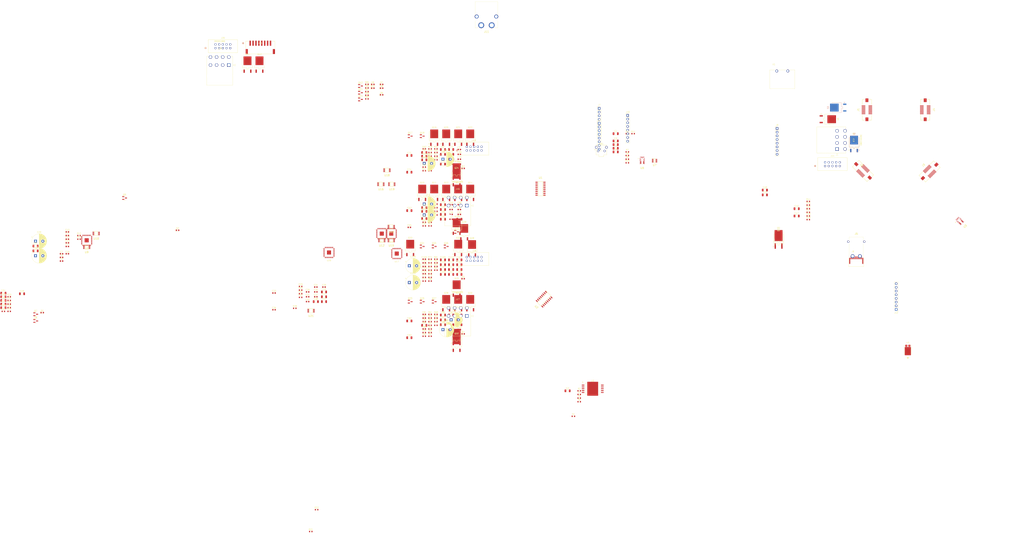
<source format=kicad_pcb>
(kicad_pcb (version 20240108) (generator "pcbnew") (generator_version "8.0")
  (layers (0 "F.Cu" signal) (1 "In1.Cu" signal) (2 "In2.Cu" signal) (31 "B.Cu" signal) (34 "B.Paste" user) (35 "F.Paste" user) (36 "B.SilkS" user "B.Silkscreen") (37 "F.SilkS" user "F.Silkscreen") (38 "B.Mask" user) (39 "F.Mask" user) (44 "Edge.Cuts" user))
  (net 0 "")
  (net 1 "/M1_ENCA_N")
  (net 2 "/M2_ENCA_N")
  (net 3 "/M3_ENCA_N")
  (net 4 "/M4_ENCA_N")
  (net 5 "GND")
  (net 6 "+3.3V")
  (net 7 "/M1_ENCB_N")
  (net 8 "/M2_ENCB_N")
  (net 9 "Net-(C7-Pad1)")
  (net 10 "/M3_ENCB_N")
  (net 11 "Net-(U7-TMR)")
  (net 12 "Net-(C9-Pad1)")
  (net 13 "/M4_ENCB_N")
  (net 14 "+BATT")
  (net 15 "/SNS")
  (net 16 "+5V")
  (net 17 "+3V3")
  (net 18 "VDC")
  (net 19 "/motor_1/SENSE_P")
  (net 20 "/motor_1/SENSE_O")
  (net 21 "/motor_2/SENSE_P")
  (net 22 "/motor_2/SENSE_O")
  (net 23 "/motor_3/SENSE_P")
  (net 24 "/motor_3/SENSE_O")
  (net 25 "Net-(U8-VREG12)")
  (net 26 "Net-(U8-VBOOTU)")
  (net 27 "/motor_1/PHASE_U")
  (net 28 "/motor_1/PHASE_V")
  (net 29 "/motor_4/SENSE_P")
  (net 30 "/motor_4/SENSE_O")
  (net 31 "Net-(U8-VBOOTV)")
  (net 32 "/motor_1/PHASE_W")
  (net 33 "Net-(U8-VBOOTW)")
  (net 34 "Net-(C22-Pad1)")
  (net 35 "Net-(C30-Pad1)")
  (net 36 "Net-(C32-Pad1)")
  (net 37 "Net-(C111-Pad1)")
  (net 38 "Net-(U11-VREG12)")
  (net 39 "Net-(D1-A)")
  (net 40 "Net-(D2-A)")
  (net 41 "Net-(D3-A)")
  (net 42 "Net-(D4-A)")
  (net 43 "Net-(D5-A)")
  (net 44 "/M1_PROG")
  (net 45 "/DRIB_PROG")
  (net 46 "/DRIB_NRST")
  (net 47 "/~{RST}_KICK")
  (net 48 "/MOSI_KICK")
  (net 49 "/M2_PROG")
  (net 50 "/SCK_KICK")
  (net 51 "/~{CS}_KICK")
  (net 52 "/MISO_KICK")
  (net 53 "/M3_PROG")
  (net 54 "/~{INT}")
  (net 55 "/~{KILL}")
  (net 56 "/HS_EN")
  (net 57 "/M4_PROG")
  (net 58 "/DIAG_EN")
  (net 59 "Net-(Q1-G)")
  (net 60 "Net-(Q2-G)")
  (net 61 "/motor_1/OC_COMP")
  (net 62 "Net-(Q3-G)")
  (net 63 "Net-(Q4-G)")
  (net 64 "Net-(Q5-G)")
  (net 65 "Net-(Q6-G)")
  (net 66 "/motor_1/BOOT0")
  (net 67 "Net-(U11-VBOOTU)")
  (net 68 "/motor_1/MOTOR_LED")
  (net 69 "Net-(Q10-G)")
  (net 70 "/motor_2/OC_COMP")
  (net 71 "Net-(Q11-G)")
  (net 72 "Net-(Q12-G)")
  (net 73 "Net-(Q13-G)")
  (net 74 "Net-(Q14-G)")
  (net 75 "/motor_2/BOOT0")
  (net 76 "/motor_2/MOTOR_LED")
  (net 77 "Net-(Q16-S)")
  (net 78 "/motor_3/OC_COMP")
  (net 79 "Net-(Q19-G)")
  (net 80 "Net-(Q20-G)")
  (net 81 "Net-(Q21-G)")
  (net 82 "Net-(Q22-G)")
  (net 83 "/motor_3/BOOT0")
  (net 84 "/motor_3/MOTOR_LED")
  (net 85 "/motor_4/OC_COMP")
  (net 86 "Net-(Q28-G)")
  (net 87 "Net-(Q29-G)")
  (net 88 "Net-(Q30-G)")
  (net 89 "/motor_4/BOOT0")
  (net 90 "/motor_4/MOTOR_LED")
  (net 91 "Net-(Q33-G)")
  (net 92 "Net-(Q37-G)")
  (net 93 "Net-(Q38-G)")
  (net 94 "/M1_ENCA_P")
  (net 95 "/M2_ENCA_P")
  (net 96 "/M3_ENCA_P")
  (net 97 "/M4_ENCA_P")
  (net 98 "/M1_ENCB_P")
  (net 99 "/M2_ENCB_P")
  (net 100 "/M3_ENCB_P")
  (net 101 "/M4_ENCB_P")
  (net 102 "/motor_1/HSU")
  (net 103 "/motor_1/LSU")
  (net 104 "/motor_1/HSV")
  (net 105 "/motor_1/LSV")
  (net 106 "/motor_1/HSW")
  (net 107 "/motor_1/LSW")
  (net 108 "/motor_1/SENSE_N")
  (net 109 "/motor_2/HSU")
  (net 110 "/motor_2/LSU")
  (net 111 "/motor_2/HSV")
  (net 112 "/motor_2/LSV")
  (net 113 "/motor_2/HSW")
  (net 114 "/motor_2/LSW")
  (net 115 "/motor_2/SENSE_N")
  (net 116 "/motor_3/HSU")
  (net 117 "/motor_3/LSU")
  (net 118 "/motor_3/HSV")
  (net 119 "/motor_3/LSV")
  (net 120 "/motor_3/HSW")
  (net 121 "/motor_3/LSW")
  (net 122 "/motor_3/SENSE_N")
  (net 123 "/motor_4/HSU")
  (net 124 "/motor_4/LSU")
  (net 125 "/motor_4/HSV")
  (net 126 "/motor_4/LSV")
  (net 127 "/motor_4/HSW")
  (net 128 "/motor_4/LSW")
  (net 129 "/motor_4/SENSE_N")
  (net 130 "/motor_2/PHASE_U")
  (net 131 "/motor_2/PHASE_V")
  (net 132 "Net-(U11-VBOOTV)")
  (net 133 "Net-(U11-VBOOTW)")
  (net 134 "/motor_2/PHASE_W")
  (net 135 "Net-(C45-Pad1)")
  (net 136 "Net-(C53-Pad1)")
  (net 137 "/~{PB}")
  (net 138 "Net-(C55-Pad1)")
  (net 139 "Net-(U14-VREG12)")
  (net 140 "Net-(U14-VBOOTU)")
  (net 142 "/motor_3/PHASE_U")
  (net 144 "/motor_3/PHASE_V")
  (net 145 "Net-(U14-VBOOTV)")
  (net 146 "/motor_3/PHASE_W")
  (net 148 "Net-(U14-VBOOTW)")
  (net 150 "Net-(C68-Pad1)")
  (net 151 "Net-(C76-Pad1)")
  (net 152 "Net-(C78-Pad1)")
  (net 153 "Net-(U17-VREG12)")
  (net 154 "/EN")
  (net 155 "/~{M1_RST}")
  (net 156 "/motor_4/PHASE_U")
  (net 157 "Net-(U17-VBOOTU)")
  (net 158 "Net-(U17-VBOOTV)")
  (net 159 "/motor_4/PHASE_V")
  (net 160 "Net-(U17-VBOOTW)")
  (net 161 "/motor_4/PHASE_W")
  (net 162 "Net-(C91-Pad1)")
  (net 163 "/~{M2_RST}")
  (net 164 "Net-(U20-VREG12)")
  (net 165 "Net-(U20-VBOOTU)")
  (net 166 "/dribbler/PHASE_U")
  (net 167 "/dribbler/PHASE_V")
  (net 168 "Net-(U20-VBOOTV)")
  (net 169 "/dribbler/PHASE_W")
  (net 170 "Net-(U20-VBOOTW)")
  (net 171 "/dribbler/SENSE_P")
  (net 172 "/dribbler/SENSE_O")
  (net 173 "/~{M3_RST}")
  (net 174 "Net-(D6-A)")
  (net 175 "Net-(D7-A)")
  (net 176 "Net-(D8-A)")
  (net 177 "Net-(D9-A)")
  (net 178 "Net-(D10-A)")
  (net 179 "/M2_SWDCLK")
  (net 180 "/M2_UART_RX")
  (net 181 "/M1_SWDCLK")
  (net 182 "/M1_UART_RX")
  (net 183 "/M4_SWDCLK")
  (net 184 "/M3_SWDCLK")
  (net 185 "/M3_UART_RX")
  (net 186 "/M4_UART_RX")
  (net 187 "/DRIB_SWDCLK")
  (net 188 "/DRIB_SWDIO")
  (net 189 "/DRIB_UART_RX")
  (net 190 "/M3_SWDIO")
  (net 191 "/~{M4_RST}")
  (net 192 "/M2_SWDIO")
  (net 193 "/M1_SWDIO")
  (net 194 "/M4_SWDIO")
  (net 195 "Net-(Q7-S)")
  (net 196 "Net-(Q9-S)")
  (net 197 "Net-(Q18-S)")
  (net 198 "Net-(Q25-S)")
  (net 199 "Net-(Q27-S)")
  (net 200 "Net-(Q34-S)")
  (net 201 "Net-(Q36-S)")
  (net 202 "/dribbler/OC_COMP")
  (net 203 "Net-(Q43-S)")
  (net 204 "/dribbler/BOOT0")
  (net 205 "Net-(Q45-S)")
  (net 206 "/dribbler/MOTOR_LED")
  (net 207 "Net-(U5-INPUT)")
  (net 208 "Net-(U3-AAM)")
  (net 209 "Net-(U5-CURSENSE)")
  (net 210 "Net-(U5-GND)")
  (net 211 "Net-(U5-DE)")
  (net 212 "Net-(U3-FB)")
  (net 213 "Net-(U6-AAM)")
  (net 214 "Net-(U6-FB)")
  (net 215 "Net-(Q15-G)")
  (net 216 "Net-(Q23-G)")
  (net 217 "Net-(Q24-G)")
  (net 218 "Net-(Q31-G)")
  (net 219 "Net-(Q32-G)")
  (net 220 "/dribbler/HSU")
  (net 221 "/dribbler/LSU")
  (net 222 "/dribbler/HSV")
  (net 223 "Net-(Q39-G)")
  (net 224 "/dribbler/LSV")
  (net 225 "Net-(Q40-G)")
  (net 226 "Net-(Q41-G)")
  (net 227 "/dribbler/HSW")
  (net 228 "/dribbler/LSW")
  (net 229 "Net-(Q42-G)")
  (net 230 "/dribbler/SENSE_N")
  (net 231 "/motor_1/H2_A")
  (net 232 "/motor_1/H1")
  (net 233 "/motor_1/H3")
  (net 234 "/motor_1/H1_A")
  (net 235 "/motor_1/H2")
  (net 236 "/motor_1/H3_A")
  (net 237 "/motor_1/ENCA")
  (net 238 "/motor_1/ENCB")
  (net 239 "/M1_ENCA_A")
  (net 240 "/M1_ENCB_A")
  (net 241 "/motor_2/H1_A")
  (net 242 "/motor_2/H1")
  (net 243 "/motor_2/H3")
  (net 244 "/motor_2/H3_A")
  (net 245 "/motor_2/H2")
  (net 246 "/motor_2/H2_A")
  (net 247 "/M2_ENCA_A")
  (net 248 "/motor_2/ENCB")
  (net 249 "/M2_ENCB_A")
  (net 250 "/motor_2/ENCA")
  (net 251 "/motor_3/H1_A")
  (net 252 "/motor_3/H1")
  (net 253 "/motor_3/H2")
  (net 254 "/motor_3/H2_A")
  (net 255 "/motor_3/H3_A")
  (net 256 "/motor_3/H3")
  (net 257 "Net-(J11-+)")
  (net 291 "/motor_4/H2_A")
  (net 292 "/motor_4/H1_A")
  (net 293 "/motor_4/H3_A")
  (net 298 "/dribbler/H3")
  (net 299 "/dribbler/H2")
  (net 300 "/dribbler/M1")
  (net 301 "/dribbler/H1")
  (net 302 "/dribbler/M2")
  (net 303 "/dribbler/M3")
  (net 304 "/M3_ENCA_A")
  (net 305 "/M4_ENCA_A")
  (net 306 "/M4_ENCB_A")
  (net 307 "/M3_ENCB_A")
  (net 358 "/motor_3/ENCB")
  (net 364 "/motor_3/ENCA")
  (net 369 "/motor_4/H3")
  (net 380 "/motor_4/ENCA")
  (net 381 "/motor_4/ENCB")
  (net 383 "/motor_4/H1")
  (net 384 "/motor_4/H2")
  (net 391 "/~{DRIB_RST}")
  (net 397 "/dribbler/ENCA")
  (net 399 "/dribbler/ENCB")
  (net 407 "/dribbler/H1_A")
  (net 408 "/dribbler/H3_A")
  (net 409 "/dribbler/H2_A")
  (footprint "RoboJackets-Switches:SW_TL1105VF100Q_EWI" (layer "F.Cu") (at 19.730102 145.899307)
    (property "Reference" "SW1")
    (property "Value" "TL1105VF100Q")
  )
  (footprint "RoboJackets-Transistors:DPAKTO-252_A2_STM" (layer "F.Cu") (at -77.71 277.73)
    (property "Reference" "Q32")
    (property "Value" "STD140N6F7")
  )
  (footprint "Capacitor_THT:CP_Radial_D10.0mm_P5.00mm" (layer "F.Cu") (at -81.5 262.33)
    (property "Reference" "C92")
    (property "Value" "220uF")
  )
  (footprint "RoboJackets-Transistors:DPAKTO-252_A2_STM" (layer "F.Cu") (at -77.71 273.105)
    (property "Reference" "Q31")
    (property "Value" "STD140N6F7")
  )
  (footprint "Resistor_SMD:R_0603_1608Metric" (layer "F.Cu") (at 164.4796 183.2003)
    (property "Reference" "R15")
    (property "Value" "62")
  )
  (footprint "RoboJackets-IC:IC_STSPIN32F0A" (layer "F.Cu") (at -332.5 207.5)
    (property "Reference" "U8")
    (property "Value" "STSPIN32F0A")
  )
  (footprint "Package_TO_SOT_SMD:SOT-23" (layer "F.Cu") (at -367.58 263.085)
    (property "Reference" "Q8")
    (property "Value" "BSS123")
  )
  (footprint "RoboJackets-IC:SOP65P400X130-8N" (layer "F.Cu") (at -325.95 202.8)
    (property "Reference" "U10")
    (property "Value" "SN74LVC3G17DCTR" (hide yes))
  )
  (footprint "Capacitor_SMD:C_1206_3216Metric" (layer "F.Cu") (at 31.823203 146.544107)
    (property "Reference" "C6")
    (property "Value" "400nF")
  )
  (footprint "Package_TO_SOT_SMD:SOT-23" (layer "F.Cu") (at -143.9305 101.1179)
    (property "Reference" "Q43")
    (property "Value" "BSS123")
  )
  (footprint "Resistor_SMD:R_0603_1608Metric" (layer "F.Cu") (at -100 159.53)
    (property "Reference" "R47")
    (property "Value" "62")
  )
  (footprint "RoboJackets-Transistors:DPAKTO-252_A2_STM" (layer "F.Cu") (at -76.6252 211.7472)
    (property "Reference" "Q37")
    (property "Value" "STD140N6F7")
  )
  (footprint "Capacitor_SMD:C_1206_3216Metric" (layer "F.Cu") (at 31.823203 144.034107)
    (property "Reference" "C5")
    (property "Value" "22uF")
  )
  (footprint "Package_TO_SOT_SMD:SOT-23" (layer "F.Cu") (at -101.4184 249.7772)
    (property "Reference" "Q26")
    (property "Value" "BSS123")
  )
  (footprint "Capacitor_SMD:C_0603_1608Metric" (layer "F.Cu") (at -174.69 246.41)
    (property "Reference" "C37")
    (property "Value" "100nF")
  )
  (footprint "Capacitor_SMD:C_1206_3216Metric" (layer "F.Cu") (at -110.275354 160.54)
    (property "Reference" "C74")
    (property "Value" "10uF")
  )
  (footprint "Capacitor_SMD:C_1206_3216Metric" (layer "F.Cu") (at -87.15 220.95)
    (property "Reference" "C105")
    (property "Value" "10uF")
  )
  (footprint "RoboJackets-Connectors:CON_39301080" (layer "F.Cu") (at 184.300001 144.599975 -90)
    (property "Reference" "J13")
    (property "Value" "39301080")
  )
  (footprint "Resistor_SMD:R_0603_1608Metric" (layer "F.Cu") (at -100 271.11)
    (property "Reference" "R59")
    (property "Value" "1k")
  )
  (footprint "RoboJackets-Transistors:DPAKTO-252_A2_STM" (layer "F.Cu") (at -93.154 135.6872)
    (property "Reference" "Q19")
    (property "Value" "STD140N6F7")
  )
  (footprint "Resistor_SMD:R_0603_1608Metric" (layer "F.Cu") (at -91.98 223.04)
    (property "Reference" "R82")
    (property "Value" "10m")
  )
  (footprint "RoboJackets-Transistors:DPAKTO-252_A2_STM" (layer "F.Cu") (at -84.8896 249.7772)
    (property "Reference" "Q28")
    (property "Value" "STD140N6F7")
  )
  (footprint "Resistor_SMD:R_0603_1608Metric" (layer "F.Cu") (at -91.98 146.98)
    (property "Reference" "R56")
    (property "Value" "10k")
  )
  (footprint "RoboJackets-Transistors:DPAKTO-252_A2_STM" (layer "F.Cu") (at 144.0288 206.5875)
    (property "Reference" "Q6")
    (property "Value" "STD140N6F7")
  )
  (footprint "Resistor_SMD:R_0603_1608Metric" (layer "F.Cu") (at -95.99 261.07)
    (property "Reference" "R62")
    (property "Value" "62")
  )
  (footprint "Capacitor_SMD:C_0603_1608Metric" (layer "F.Cu") (at -345.8 209.235)
    (property "Reference" "C13")
    (property "Value" "100nF")
  )
  (footprint "Resistor_SMD:R_0603_1608Metric" (layer "F.Cu") (at -139.4805 107.5029)
    (property "Reference" "R88")
    (property "Value" "10k")
  )
  (footprint "Capacitor_SMD:C_1206_3216Metric" (layer "F.Cu") (at -81.5 258.98)
    (property "Reference" "C91")
    (property "Value" "100n")
  )
  (footprint "Capacitor_SMD:C_1206_3216Metric" (layer "F.Cu") (at -87.15 154.94)
    (property "Reference" "C70")
    (property "Value" "10uF")
  )
  (footprint "RoboJackets-Connectors:529010274" (layer "F.Cu") (at 204.85 117.5 -90)
    (property "Reference" "J1")
    (property "Value" "52901-0274" (hide yes))
  )
  (footprint "Capacitor_SMD:C_0603_1608Metric" (layer "F.Cu") (at -180.34 243.06)
    (property "Reference" "C30")
    (property "Value" "0.1nF")
  )
  (footprint "Resistor_SMD:R_0603_1608Metric" (layer "F.Cu") (at -95.99 197.56)
    (property "Reference" "R41")
    (property "Value" "1k")
  )
  (footprint "Capacitor_SMD:C_1206_3216Metric" (layer "F.Cu") (at -87.15 262.33)
    (property "Reference" "C87")
    (property "Value" "10uF")
  )
  (footprint "Capacitor_SMD:C_0603_1608Metric" (layer "F.Cu") (at -345.8 211.745)
    (property "Reference" "C14")
    (property "Value" "100nF")
  )
  (footprint "Capacitor_SMD:C_0603_1608Metric" (layer "F.Cu") (at -81.5 192.97)
    (property "Reference" "C57")
    (property "Value" "100nF")
  )
  (footprint "Resistor_SMD:R_0603_1608Metric" (layer "F.Cu") (at -95.99 258.56)
    (property "Reference" "R61")
    (property "Value" "120")
  )
  (footprint "RoboJackets-IC:SOP65P400X130-8N" (layer "F.Cu") (at -177.97 256.06)
    (property "Reference" "U21")
    (property "Value" "SN74LVC3G17DCTR" (hide yes))
  )
  (footprint "Resistor_SMD:R_0603_1608Metric" (layer "F.Cu") (at -95.99 146.98)
    (property "Reference" "R49")
    (property "Value" "62")
  )
  (footprint "Capacitor_SMD:C_1206_3216Metric" (layer "F.Cu") (at -1.306797 311.237407)
    (property "Reference" "C2")
    (property "Value" "22uF")
  )
  (footprint "RoboJackets-Connectors:XT30PWM" (layer "F.Cu") (at 197.5 212.5)
    (property "Reference" "J5")
    (property "Value" "XT30PW-M" (hide yes))
  )
  (footprint "Diode_SMD:D_0603_1608Metric" (layer "F.Cu") (at -129.3805 107.1929)
    (property "Reference" "D6")
    (property "Value" "GREEN")
  )
  (footprint "Capacitor_SMD:C_0603_1608Metric" (layer "F.Cu") (at -100 230.57)
    (property "Reference" "C104")
    (property "Value" "100nF")
  )
  (footprint "RoboJackets-Connectors:CONN_6002RB_3MM" (layer "F.Cu") (at 176.0249 156.27)
    (property "Reference" "J14")
    (property "Value" "N2510-6002RB")
  )
  (footprint "RoboJackets-Transistors:DPAKTO-252_A2_STM" (layer "F.Cu") (at -109.6828 211.7472)
    (property "Reference" "Q33")
    (property "Value" "STD140N6F7")
  )
  (footprint "Capacitor_SMD:C_0603_1608Metric" (layer "F.Cu") (at -349.81 219.275)
    (property "Reference" "C8")
    (property "Value" "100nF")
  )
  (footprint "Resistor_SMD:R_0603_1608Metric" (layer "F.Cu") (at -100 195.05)
    (property "Reference" "R33")
    (property "Value" "62")
  )
  (footprint "RoboJackets-Connectors:CON_39301080" (layer "F.Cu") (at -70.7 259.63)
    (property "Reference" "J17")
    (property "Value" "39301080")
  )
  (footprint "Resistor_SMD:R_0603_1608Metric" (layer "F.Cu") (at -385.86 253.955)
    (property "Reference" "R26")
    (property "Value" "10k")
  )
  (footprint "Capacitor_SMD:C_1206_3216Metric" (layer "F.Cu") (at -81.5 265.68)
    (property "Reference" "C94")
    (property "Value" "10uF")
  )
  (footprint "Package_TO_SOT_SMD:SOT-23" (layer "F.Cu") (at -109.6828 249.7772)
    (property "Reference" "Q25")
    (property "Value" "BSS123")
  )
  (footprint "Capacitor_SMD:C_0603_1608Metric" (layer "F.Cu") (at -75.85 269.03)
    (property "Reference" "C99")
    (property "Value" "100nF")
  )
  (footprint "RoboJackets-Connectors:CONN_6002RB_3MM" (layer "F.Cu") (at -70.7 145.54)
    (property "Reference" "J16")
    (property "Value" "N2510-6002RB")
  )
  (footprint "Capacitor_SMD:C_0603_1608Metric" (layer "F.Cu") (at -75.85 182.92)
    (property "Reference" "C58")
    (property "Value" "100nF")
  )
  (footprint "Capacitor_SMD:C_0603_1608Metric" (layer "F.Cu") (at -100 258.56)
    (property "Reference" "C81")
    (property "Value" "100nF")
  )
  (footprint "Resistor_SMD:R_0603_1608Metric" (layer "F.Cu") (at 39.843203 149.054107)
    (property "Reference" "R8")
    (property "Value" "30.1k")
  )
  (footprint "Capacitor_SMD:C_1206_3216Metric" (layer "F.Cu") (at -174.69 249.76)
    (property "Reference" "C38")
    (property "Value" "10uF")
  )
  (footprint "Capacitor_SMD:C_1206_3216Metric" (layer "F.Cu") (at -81.5 231)
    (property "Reference" "C114")
    (property "Value" "10uF")
  )
  (footprint "Resistor_SMD:R_0603_1608Metric" (layer "F.Cu") (at -139.4805 99.9729)
    (property "Reference" "R85")
    (property "Value" "10k")
  )
  (footprint "Resistor_SMD:R_0603_1608Metric" (layer "F.Cu") (at -91.98 185.01)
    (property "Reference" "R43")
    (property "Value" "1k")
  )
  (footprint "RoboJackets-Transistors:DPAKTO-252_A2_STM" (layer "F.Cu") (at -77.71 163.64)
    (property "Reference" "Q24")
    (property "Value" "STD140N6F7")
  )
  (footprint "Resistor_SMD:R_0603_1608Metric" (layer "F.Cu") (at 6.713203 313.747407)
    (property "Reference" "R4")
    (property "Value" "15k")
  )
  (footprint "Resistor_SMD:R_0603_1608Metric" (layer "F.Cu") (at -139.4805 102.4829)
    (property "Reference" "R86")
    (property "Value" "10k")
  )
  (footprint "Capacitor_SMD:C_0603_1608Metric" (layer "F.Cu") (at -75.85 154.94)
    (property "Reference" "C80")
    (property "Value" "100nF")
  )
  (footprint "Capacitor_SMD:C_0603_1608Metric" (layer "F.Cu") (at -75.85 186.27)
    (property "Reference" "C59")
    (property "Value" "100nF")
  )
  (footprint "Resistor_SMD:R_0603_1608Metric" (layer "F.Cu") (at -337.78 206.725)
    (property "Reference" "R13")
    (property "Value" "120")
  )
  (footprint "Capacitor_THT:CP_Radial_D10.0mm_P5.00mm" (layer "F.Cu") (at -87.15 151.59)
    (property "Reference" "C69")
    (property "Value" "220uF")
  )
  (footprint "RoboJackets-Transistors:DPAKTO-252_A2_STM" (layer "F.Cu") (at -221.7558 85.3001)
    (property "Reference" "Q41")
    (property "Value" "STD140N6F7")
  )
  (footprint "Resistor_SMD:R_0603_1608Metric" (layer "F.Cu") (at -95.99 225.55)
    (property "Reference" "R76")
    (property "Value" "62")
  )
  (footprint "Resistor_SMD:R_0603_1608Metric" (layer "F.Cu") (at -95.99 266.09)
    (property "Reference" "R64")
    (property "Value" "62")
  )
  (footprint "RoboJackets-IC:SOP65P400X130-8N" (layer "F.Cu") (at -122.72 198.175)
    (property "Reference" "U13")
    (property "Value" "SN74LVC3G17DCTR" (hide yes))
  )
  (footprint "RoboJackets-IC:IC_STSPIN32F0A" (layer "F.Cu") (at -118.9534 216.6226)
    (property "Reference" "U17")
    (property "Value" "STSPIN32F0A")
  )
  (footprint "Capacitor_SMD:C_0603_1608Metric" (layer "F.Cu") (at -345.8 206.725)
    (property "Reference" "C12")
    (property "Value" "100nF")
  )
  (footprint "Package_TO_SOT_SMD:SOT-23" (layer "F.Cu") (at -306.3628 178.3422)
    (property "Reference" "Q9")
    (property "Value" "BSS123")
  )
  (footprint "Capacitor_SMD:C_1206_3216Metric" (layer "F.Cu") (at -87.15 148.24)
    (property "Reference" "C68")
    (property "Value" "100n")
  )
  (footprint "Capacitor_SMD:C_1206_3216Metric" (layer "F.Cu") (at -389.87 251.445)
    (property "Reference" "C27")
    (property "Value" "10uF")
  )
  (footprint "Diode_SMD:D_0603_1608Metric" (layer "F.Cu") (at -135.4305 100.0129)
    (property "Reference" "D9")
    (property "Value" "YELLOW")
  )
  (footprint "Capacitor_SMD:C_1206_3216Metric" (layer "F.Cu") (at -100 266.09)
    (property "Reference" "C84")
    (property "Value" "10uF")
  )
  (footprint "Package_TO_SOT_SMD:SOT-23" (layer "F.Cu") (at -77.71 201.67)
    (property "Reference" "Q16")
    (property "Value" "BSS123")
  )
  (footprint "RoboJackets-Transistors:DPAKTO-252_A2_STM" (layer "F.Cu") (at -213.4914 85.3001)
    (property "Reference" "Q42")
    (property "Value" "STD140N6F7")
  )
  (footprint "RoboJackets-Power:SOT65P280X100-8N" (layer "F.Cu") (at 58.608203 152.614107)
    (property "Reference" "U7")
    (property "Value" "LTC2955-1" (hide yes))
  )
  (footprint "Resistor_SMD:R_0603_1608Metric" (layer "F.Cu") (at -91.98 225.55)
    (property "Reference" "R83")
    (property "Value" "1.6k")
  )
  (footprint "Resistor_SMD:R_0603_1608Metric" (layer "F.Cu") (at -337.78 204.215)
    (property "Reference" "R12")
    (property "Value" "120")
  )
  (footprint "Resistor_SMD:R_0603_1608Metric" (layer "F.Cu") (at 164.4796 180.6903)
    (property "Reference" "R14")
    (property "Value" "62")
  )
  (footprint "Capacitor_SMD:C_0603_1608Metric" (layer "F.Cu") (at -100 263.58)
    (property "Reference" "C83")
    (property "Value" "100nF")
  )
  (footprint "Resistor_SMD:R_0603_1608Metric" (layer "F.Cu") (at -91.98 182.5)
    (property "Reference" "R42")
    (property "Value" "10k")
  )
  (footprint "RoboJackets-IC:SOIC127P600X175-16N" (layer "F.Cu") (at -19.953203 171.882893 180)
    (property "Reference" "U1")
    (property "Value" "MC3486DR" (hide yes))
  )
  (footprint "RoboJackets-IC:SOIC127P600X175-16N" (layer "F.Cu") (at -17.453203 248.085893 -45)
    (property "Reference" "U2")
    (property "Value" "MC3486DR" (hide yes))
  )
  (footprint "RoboJackets-Connectors:AMPHENOL_HFW8R-1STE1H1LF" (layer "F.Cu") (at 197.5 222.8)
    (property "Reference" "J6")
    (property "Value" "HFW8R-1STE1H1LF")
  )
  (footprint "Capacitor_SMD:C_1206_3216Metric" (layer "F.Cu") (at -75.85 231)
    (property "Reference" "C118")
    (property "Value" "10uF")
  )
  (footprint "Capacitor_SMD:C_0603_1608Metric" (layer "F.Cu") (at -75.85 189.62)
    (property "Reference" "C60")
    (property "Value" "100nF")
  )
  (footprint "Resistor_SMD:R_0603_1608Metric" (layer "F.Cu") (at -95.99 144.47)
    (property "Reference" "R48")
    (property "Value" "62")
  )
  (footprint "Capacitor_SMD:C_0603_1608Metric" (layer "F.Cu") (at -100 228.06)
    (property "Reference" "C103")
    (property "Value" "100nF")
  )
  (footprint "RoboJackets-Transistors:DPAKTO-252_A2_STM" (layer "F.Cu") (at -101.4184 173.7172)
    (property "Reference" "Q10")
    (property "Value" "STD140N6F7")
  )
  (footprint "Resistor_SMD:R_0603_1608Metric" (layer "F.Cu") (at -95.99 271.11)
    (property "Reference" "R66")
    (property "Value" "62")
  )
  (footprint "Capacitor_SMD:C_1206_3216Metric" (layer "F.Cu") (at -100 187.52)
    (property "Reference" "C45")
    (property "Value" "100n")
  )
  (footprint "Capacitor_SMD:C_1206_3216Metric" (layer "F.Cu") (at -75.85 258.98)
    (property "Reference" "C96")
    (property "Value" "10uF")
  )
  (footprint "Capacitor_SMD:C_1206_3216Metric" (layer "F.Cu") (at -81.5 144.89)
    (property "Reference" "C72")
    (property "Value" "10uF")
  )
  (footprint "Resistor_SMD:R_0603_1608Metric" (layer "F.Cu") (at 39.843203 133.994107)
    (property "Reference" "R2")
    (property "Value" "43.2k")
  )
  (footprint "Capacitor_SMD:C_1206_3216Metric" (layer "F.Cu") (at -87.15 189.62)
    (property "Reference" "C50")
    (property "Value" "10uF")
  )
  (footprint "Resistor_SMD:R_0603_1608Metric" (layer "F.Cu") (at -139.4805 104.9929)
    (property "Reference" "R87")
    (property "Value" "1k")
  )
  (footprint "Resistor_SMD:R_0603_1608Metric" (layer "F.Cu") (at -95.99 182.5)
    (property "Reference" "R35")
    (property "Value" "62")
  )
  (footprint "RoboJackets-Transistors:DPAKTO-252_A2_STM" (layer "F.Cu") (at -67.0748 211.9654)
    (property "Reference" "Q38")
    (property "Value" "STD140N6F7")
  )
  (footprint "RoboJackets-Connectors:XT60PWM" (layer "F.Cu") (at -57.164797 59.232007)
    (property "Reference" "J11")
    (property "Value" "XT60PW-M" (hide yes))
  )
  (footprint "RoboJackets-Power:SO_E006ASP-E_STM" (layer "F.Cu") (at 16.003203 309.822407)
    (property "Reference" "U5")
    (property "Value" "VN5E006ASPTR-E")
  )
  (footprint "Resistor_SMD:R_0603_1608Metric" (layer "F.Cu") (at -95.99 187.52)
    (property "Reference" "R37")
    (property "Value" "1.6k")
  )
  (footprint "Capacitor_SMD:C_0603_1608Metric" (layer "F.Cu") (at -81.5 189.62)
    (property "Reference" "C56")
    (property "Value" "1uF")
  )
  (footprint "Capacitor_SMD:C_1206_3216Metric" (layer "F.Cu") (at 156.4596 190.7303)
    (property "Reference" "C17")
    (property "Value" "10uF")
  )
  (footprint "Capacitor_SMD:C_1206_3216Metric" (layer "F.Cu") (at -87.15 227.65)
    (property "Reference" "C107")
    (property "Value" "10uF")
  )
  (footprint "Capacitor_SMD:C_1206_3216Metric" (layer "F.Cu") (at 31.823203 133.994107)
    (property "Reference" "C1")
    (property "Value" "10uF")
  )
  (footprint "Resistor_SMD:R_0603_1608Metric" (layer "F.Cu") (at 6.713203 318.767407)
    (property "Reference" "R6")
    (property "Value" "10k")
  )
  (footprint "Capacitor_SMD:C_1206_3216Metric" (layer "F.Cu") (at -75.85 220.95)
    (property "Reference" "C115")
    (property "Value" "10uF")
  )
  (footprint "Capacitor_SMD:C_1206_3216Metric" (layer "F.Cu") (at -100 149.49)
    (property "Reference" "C64")
    (property "Value" "10uF")
  )
  (footprint "Capacitor_SMD:C_0603_1608Metric" (layer "F.Cu") (at -203.465354 243.81)
    (property "Reference" "C33")
    (property "Value" "1uF")
  )
  (footprint "Resistor_SMD:R_0603_1608Metric" (layer "F.Cu") (at 39.843203 151.564107)
    (property "Reference" "R9")
    (property "Value" "29.4k")
  )
  (footprint "Resistor_SMD:R_0603_1608Metric" (layer "F.Cu") (at -95.99 228.06)
    (property "Reference" "R77")
    (property "Value" "62")
  )
  (footprint "RoboJackets-Transistors:DPAKTO-252_A2_STM" (layer "F.Cu") (at -76.6252 249.7772)
    (property "Reference" "Q29")
    (property "Value" "STD140N6F7")
  )
  (footprint "Capacitor_THT:CP_Radial_D10.0mm_P5.00mm" (layer "F.Cu") (at -367.71 208.085)
    (property "Reference" "C20")
    (property "Value" "220uF")
  )
  (footprint "Package_TO_SOT_SMD:SOT-23" (layer "F.Cu") (at -93.154 211.7472)
    (property "Reference" "Q35")
    (property "Value" "BSS123")
  )
  (footprint "Capacitor_SMD:C_1206_3216Metric" (layer "F.Cu") (at -87.15 258.98)
    (property "Reference" "C86")
    (property "Value" "10uF")
  )
  (footprint "RoboJackets-Transistors:DPAKTO-252_A2_STM" (layer "F.Cu") (at -68.3608 249.7772)
    (property "Reference" "Q30")
    (property "Value" "STD140N6F7")
  )
  (footprint "Resistor_SMD:R_0603_1608Metric" (layer "F.Cu") (at -95.99 273.62)
    (property "Reference" "R67")
    (property "Value" "62")
  )
  (footprint "Resistor_SMD:R_0603_1608Metric" (layer "F.Cu") (at -91.98 220.53)
    (property "Reference" "R81")
    (property "Value" "62")
  )
  (footprint "RoboJackets-Power:MPM3620GQVP" (layer "F.Cu") (at 268.914214 194.267767 45)
    (property "Reference" "U3")
    (property "Value" "MPM3620GQV-P" (hide yes))
  )
  (footprint "Resistor_SMD:R_0603_1608Metric" (layer "F.Cu") (at -95.99 154.51)
    (property "Reference" "R52")
    (property "Value" "10m")
  )
  (footprint "RoboJackets-Connectors:CONN_6002RB_3MM" (layer "F.Cu") (at -243.8004 74.9707)
    (property "Reference" "J20")
    (property "Value" "N2510-6002RB")
  )
  (footprint "RoboJackets-Transistors:DPAKTO-252_A2_STM" (layer "F.Cu") (at -76.6252 173.7172)
    (property "Reference" "Q13")
    (property "Value" "STD140N6F7")
  )
  (footprint "RoboJackets-Connectors:CONN_6002RB_3MM" (layer "F.Cu") (at -70.7 221.6)
    (property "Reference" "J18")
    (property "Value" "N2510-6002RB")
  )
  (footprint "Resistor_SMD:R_0603_1608Metric" (layer "F.Cu") (at -95.99 195.05)
    (property "Reference" "R40")
    (property "Value" "10k")
  )
  (footprint "Resistor_SMD:R_0603_1608Metric" (layer "F.Cu") (at 39.843203 146.544107)
    (property "Reference" "R7")
    (property "Value" "160k")
  )
  (footprint "Capacitor_SMD:C_1206_3216Metric" (layer "F.Cu") (at -87.15 265.68)
    (property "Reference" "C88")
    (property "Value" "10uF")
  )
  (footprint "Capacitor_THT:CP_Radial_D10.0mm_P5.00mm" (layer "F.Cu") (at -87.15 269.03)
    (property "Reference" "C89")
    (property "Value" "220uF")
  )
  (footprint "Capacitor_SMD:C_1206_3216Metric" (layer "F.Cu") (at -75.85 224.3)
    (property "Reference" "C116")
    (property "Value" "10uF")
  )
  (footprint "Resistor_SMD:R_0603_1608Metric" (layer "F.Cu") (at -91.98 228.06)
    (property "Reference" "R84")
    (property "Value" "1.6k")
  )
  (footprint "Diode_SMD:D_0603_1608Metric" (layer "F.Cu") (at -73.22 233.97)
    (property "Reference" "D5")
    (property "Value" "YELLOW")
  )
  (footprint "Capacitor_SMD:C_1206_3216Metric" (layer "F.Cu") (at -110.275354 263.08)
    (property "Reference" "C90")
    (property "Value" "100n")
  )
  (footprint "RoboJackets-Transistors:DPAKTO-252_A2_STM" (layer "F.Cu") (at -84.8896 173.7172)
    (property "Reference" "Q12")
    (property "Value" "STD140N6F7")
  )
  (footprint "Capacitor_SMD:C_1206_3216Metric" (layer "F.Cu") (at -100 192.54)
    (property "Reference" "C47")
    (property "Value" "10uF")
  )
  (footprint "Diode_SMD:D_0603_1608Metric" (layer "F.Cu") (at -129.3805 102.6029)
    (property "Reference" "D8")
    (property "Value" "GREEN")
  )
  (footprint "Capacitor_SMD:C_1206_3216Metric" (layer "F.Cu") (at -110.275354 274.63)
    (property "Reference" "C93")
    (property "Value" "10uF")
  )
  (footprint "Resistor_SMD:R_0603_1608Metric" (layer "F.Cu") (at 164.4796 188.2203)
    (property "Reference" "R17")
    (property "Value" "62")
  )
  (footprint "Resistor_SMD:R_0603_1608Metric" (layer "F.Cu") (at -385.86 251.445)
    (property "Reference" "R25")
    (property "Value" "1k")
  )
  (footprint "RoboJackets-Transistors:DPAKTO-252_A2_STM" (layer "F.Cu") (at -68.3608 173.7172)
    (property "Reference" "Q14")
    (property "Value" "STD140N6F7")
  )
  (footprint "Resistor_SMD:R_0603_1608Metric" (layer "F.Cu") (at -174.1508 393.1821)
    (property "Reference" "R22")
    (property "Value" "1.6k")
  )
  (footprint "Resistor_SMD:R_0603_1608Metric" (layer "F.Cu") (at -385.86 256.465)
    (property "Reference" "R27")
    (property "Value" "1k")
  )
  (footprint "Capacitor_SMD:C_0603_1608Metric" (layer "F.Cu") (at -75.85 151.59)
    (property "Reference" "C79")
    (property "Value" "1uF")
  )
  (footprint "Capacitor_SMD:C_1206_3216Metric" (layer "F.Cu") (at -110.275354 187.02)
    (property "Reference" "C52")
    (property "Value" "10uF")
  )
  (footprint "Capacitor_SMD:C_0603_1608Metric" (layer "F.Cu") (at -100 144.47)
    (property "Reference" "C62")
    (property "Value" "100nF")
  )
  (footprint "Capacitor_SMD:C_1206_3216Metric" (layer "F.Cu") (at -169.04 243.06)
    (property "Reference" "C40")
    (property "Value" "10uF")
  )
  (footprint "Capacitor_SMD:C_1206_3216Metric" (layer "F.Cu") (at -389.87 243.915)
    (property "Reference" "C24")
    (property "Value" "10uF")
  )
  (footprint "Capacitor_SMD:C_1206_3216Metric" (layer "F.Cu") (at -87.15 224.3)
    (property "Reference" "C106")
    (property "Value" "10uF")
  )
  (footprint "Capacitor_THT:CP_Radial_D10.0mm_P5.00mm" (layer "F.Cu") (at -110.275354 236.6)
    (property "Reference" "C112")
    (property "Value" "220uF")
  )
  (footprint "Package_TO_SOT_SMD:SOT-23" (layer "F.Cu") (at -101.4184 211.7472)
    (property "Reference" "Q34")
    (property "Value" "BSS123")
  )
  (footprint "RoboJackets-Connectors:CON_39301080" (layer "F.Cu") (at -234.634521 86.686399)
    (property "Reference" "J19")
    (property "Value" "39301080")
  )
  (footprint "RoboJackets-IC:IC_STSPIN32F0A" (layer "F.Cu") (at -122.72 202.875)
    (property "Reference" "U14")
    (property "Value" "STSPIN32F0A")
  )
  (footprint "Resistor_SMD:R_0603_1608Metric" (layer "F.Cu") (at -95.99 185.01)
    (property "Reference" "R36")
    (property "Value" "10m")
  )
  (footprint "Capacitor_SMD:C_0603_1608Metric" (layer "F.Cu") (at -81.5 186.27)
    (property "Reference" "C54")
    (property "Value" "100nF")
  )
  (footprint "Connector_PinHeader_2.54mm:PinHeader_1x08_P2.54mm_Vertical" (layer "F.Cu") (at 20.458203 126.849107)
    (property "Reference" "J8")
    (property "Value" "Conn_01x08")
  )
  (footprint "Capacitor_SMD:C_1206_3216Metric" (layer "F.Cu") (at -81.5 220.95)
    (property "Reference" "C110")
    (property "Value" "100n")
  )
  (footprint "Resistor_SMD:R_0603_1608Metric" (layer "F.Cu") (at -95.99 263.58)
    (property "Reference" "R63")
    (property "Value" "62")
  )
  (footprint "RoboJackets-Transistors:DPAKTO-252_A2_STM" (layer "F.Cu") (at -84.8896 135.6872)
    (property "Reference" "Q20")
    (property "Value" "STD140N6F7")
  )
  (footprint "Capacitor_SMD:C_1206_3216Metric" (layer "F.Cu") (at 31.823203 139.014107)
    (property "Reference" "C3")
    (property "Value" "22uF")
  )
  (footprint "Package_TO_SOT_SMD:SOT-23" (layer "F.Cu") (at -367.58 258.46)
    (property "Reference" "Q7")
    (property "Value" "BSS123")
  )
  (footprint "Capacitor_SMD:C_0603_1608Metric" (layer "F.Cu") (at -345.8 204.215)
    (property "Reference" "C11")
    (property "Value" "100nF")
  )
  (footprint "RoboJackets-Transistors:DPAKTO-252_A2_STM" (layer "F.Cu") (at -72.5123 200.8779)
    (property "Reference" "Q39")
    (property "Value" "STD140N6F7")
  )
  (footprint "RoboJackets-IC:SOP65P400X130-8N" (layer "F.Cu") (at -129.885 168.835)
    (property "Reference" "U16")
    (property "Value" "SN74LVC3G17DCTR" (hide yes))
  )
  (footprint "Capacitor_SMD:C_1206_3216Metric" (layer "F.Cu") (at -169.04 246.41)
    (property "Reference" "C41")
    (property "Value" "10uF")
  )
  (footprint "Resistor_SMD:R_0603_1608Metric" (layer "F.Cu") (at -185.17 241.8)
    (property "Reference" "R30")
    (property "Value" "62")
  )
  (footprint "Resistor_SMD:R_0603_1608Metric" (layer "F.Cu") (at -95.99 190.03)
    (property "Reference" "R38")
    (property "Value" "1.6k")
  )
  (footprint "Capacitor_SMD:C_1206_3216Metric" (layer "F.Cu") (at -81.5 151.59)
    (property "Reference" "C75")
    (property "Value" "10uF")
  )
  (footprint "Package_TO_SOT_SMD:SOT-23" (layer "F.Cu") (at -143.9305 110.3679)
    (property "Reference" "Q45")
    (property "Value" "BSS123")
  )
  (footprint "RoboJackets-Transistors:DPAKTO-252_A2_STM" (layer "F.Cu") (at -77.71 197.045)
    (property "Reference" "Q15")
    (property "Value" "STD140N6F7")
  )
  (footprint "RoboJackets-IC:SOP65P400X130-8N" (layer "F.Cu") (at -332.5 212.2)
    (property "Reference" "U9")
    (property "Value" "SN74LVC3G17DCTR" (hide yes))
  )
  (footprint "RoboJackets-IC:SOP65P400X130-8N" (layer "F.Cu") (at -122.72 207.575)
    (property "Reference" "U15")
    (property "Value" "SN74LVC3G17DCTR" (hide yes))
  )
  (footprint "Resistor_SMD:R_0603_1608Metric" (layer "F.Cu") (at 6.713203 311.237407)
    (property "Reference" "R3")
    (property "Value" "10k")
  )
  (footprint "Capacitor_SMD:C_1206_3216Metric" (layer "F.Cu") (at -169.04 249.76)
    (property "Reference" "C42")
    (property "Value" "10uF")
  )
  (footprint "Capacitor_SMD:C_0603_1608Metric" (layer "F.Cu") (at -100 268.6)
    (property "Reference" "C85")
    (property "Value" "100nF")
  )
  (footprint "Capacitor_SMD:C_0603_1608Metric" (layer "F.Cu") (at -180.34 249.76)
    (property "Reference" "C32")
    (property "Value" "0.1nF")
  )
  (footprint "Capacitor_SMD:C_1206_3216Metric" (layer "F.Cu") (at -100 152)
    (property "Reference" "C65")
    (property "Value" "10uF")
  )
  (footprint "Capacitor_SMD:C_1206_3216Metric" (layer "F.Cu") (at 134.5496 176.1903)
    (property "Reference" "C19")
    (property "Value" "10uF")
  )
  (footprint "Capacitor_SMD:C_1206_3216Metric" (layer "F.Cu") (at -100 146.98)
    (property "Reference" "C63")
    (property "Value" "10uF")
  )
  (footprint "RoboJackets-Power:MPM3620GQVP" (layer "F.Cu") (at 50.108203 152.614107)
    (property "Reference" "U6")
    (property "Value" "MPM3620GQV-P" (hide yes))
  )
  (footprint "Capacitor_SMD:C_0603_1608Metric" (layer "F.Cu") (at -81.5 154.94)
    (property "Reference" "C76")
    (property "Value" "0.1nF")
  )
  (footprint "Resistor_SMD:R_0603_1608Metric" (layer "F.Cu") (at 39.843203 154.074107)
    (property "Reference" "R10")
    (property "Value" "160k")
  )
  (footprint "Capacitor_SMD:C_1206_3216Metric" (layer "F.Cu") (at -87.15 231)
    (property "Reference" "C108")
    (property "Value" "10uF")
  )
  (footprint "Resistor_SMD:R_0603_1608Metric" (layer "F.Cu") (at -385.86 246.425)
    (property "Reference" "R23")
    (property "Value" "10k")
  )
  (footprint "Resistor_SMD:R_0603_1608Metric" (layer "F.Cu") (at -185.17 239.29)
    (property "Reference" "R29")
    (property "Value" "120")
  )
  (footprint "Resistor_SMD:R_0603_1608Metric" (layer "F.Cu") (at 2.703203 328.807407)
    (property "Reference" "R1")
    (property "Value" "10k")
  )
  (footprint "Resistor_SMD:R_0603_1608Metric" (layer "F.Cu") (at 43.853203 133.994107)
    (property "Reference" "R11")
    (property "Value" "51k")
  )
  (footprint "Capacitor_SMD:C_0603_1608Metric" (layer "F.Cu") (at -169.04 239.71)
    (property "Reference" "C39")
    (property "Value" "100nF")
  )
  (footprint "Capacitor_SMD:C_0603_1608Metric" (layer "F.Cu") (at -349.81 221.785)
    (property "Reference" "C9")
    (property "Value" "0.1nF")
  )
  (footprint "Package_TO_SOT_SMD:SOT-23" (layer "F.Cu") (at -93.154 249.7772)
    (property "Reference" "Q27")
    (property "Value" "BSS123")
  )
  (footprint "Resistor_SMD:R_0603_1608Metric" (layer "F.Cu") (at -100 273.62)
    (property "Reference" "R60")
    (property "Value" "120")
  )
  (footprint "Capacitor_SMD:C_1206_3216Metric" (layer "F.Cu") (at -367.71 214.785)
    (property "Reference" "C22")
    (property "Value" "100n")
  )
  (footprint "RoboJackets-Connectors:529010274" (layer "F.Cu") (at 202.13862 159.63862 135)
    (property "Reference" "J2")
    (property "Value" "52901-0274" (hide yes))
  )
  (footprint "Resistor_SMD:R_0603_1608Metric" (layer "F.Cu") (at -95.99 230.57)
    (property "Reference" "R78")
    (property "Value" "62")
  )
  (footprint "Diode_SMD:D_0603_1608Metric" (layer "F.Cu") (at -73.22 157.91)
    (property "Reference" "D3")
    (property "Value" "YELLOW")
  )
  (footprint "RoboJackets-IC:SOP65P400X130-8N" (layer "F.Cu") (at -122.385 168.835)
    (property "Reference" "U19")
    (property "Value" "SN74LVC3G17DCTR" (hide yes))
  )
  (footprint "Capacitor_SMD:C_1206_3216Metric" (layer "F.Cu") (at -75.85 262.33)
    (property "Reference" "C97")
    (property "Value" "10uF")
  )
  (footprint "Capacitor_SMD:C_1206_3216Metric" (layer "F.Cu") (at -87.15 186.27)
    (property "Reference" "C49")
    (property "Value" "10uF")
  )
  (footprint "Capacitor_SMD:C_1206_3216Metric" (layer "F.Cu") (at -377.02 244.335)
    (property "Reference" "C29")
    (property "Value" "10uF")
  )
  (footprint "Resistor_SMD:R_0603_1608Metric" (layer "F.Cu") (at -91.98 190.03)
    (property "Reference" "R45")
    (property "Value" "120")
  )
  (footprint "Resistor_SMD:R_0603_1608Metric" (layer "F.Cu") (at -95.99 159.53)
    (property "Reference" "R54")
    (property "Value" "1.6k")
  )
  (footprint "RoboJackets-Connectors:529010274" (layer "F.Cu") (at 245 117.5 90)
    (property "Reference" "J4")
    (property "Value" "52901-0274" (hide yes))
  )
  (footprint "Capacitor_SMD:C_0603_1608Metric" (layer "F.Cu") (at -75.85 144.89)
    (property "Reference" "C77")
    (property "Value" "100nF")
  )
  (footprint "Package_TO_SOT_SMD:SOT-23" (layer "F.Cu") (at -84.8896 211.7472)
    (property "Reference" "Q36")
    (property "Value" "BSS123")
  )
  (footprint "RoboJackets-IC:IC_STSPIN32F0A" (layer "F.Cu") (at -165.605 215.88)
    (property "Reference" "U20")
    (property "Value" "STSPIN32F0A")
  )
  (footprint "Resistor_SMD:R_0603_1608Metric" (layer "F.Cu") (at -95.99 268.6)
    (property "Reference" "R65")
    (property "Value" "62")
  )
  (footprint "Capacitor_SMD:C_0603_1608Metric" (layer "F.Cu") (at -110.275354 198.57)
    (property "Reference" "C55")
    (property "Value" "0.1nF")
  )
  (footprint "Resistor_SMD:R_0603_1608Metric" (layer "F.Cu") (at 6.713203 316.257407)
    (property "Reference" "R5")
    (property "Value" "1k")
  )
  (footprint "Connector_PinHeader_2.54mm:PinHeader_1x08_P2.54mm_Vertical" (layer "F.Cu") (at 40.085203 121.382007)
    (property "Reference" "J10")
    (property "Value" "Conn_01x08")
  )
  (footprint "Resistor_SMD:R_0603_1608Metric" (layer "F.Cu") (at -91.98 261.07)
    (property "Reference" "R69")
    (property "Value" "1.6k")
  )
  (footprint "Resistor_SMD:R_0603_1608Metric" (layer "F.Cu") (at -185.17 244.31)
    (property "Reference" "R31")
    (property "Value" "62")
  )
  (footprint "Resistor_SMD:R_0603_1608Metric" (layer "F.Cu") (at -91.98 152)
    (property "Reference" "R58")
    (property "Value" "10k")
  )
  (footprint "RoboJackets-IC:SOP65P400X130-8N" (layer "F.Cu") (at -129.27 207.575)
    (property "Reference" "U12")
    (property "Value" "SN74LVC3G17DCTR" (hide yes))
  )
  (footprint "RoboJackets-Connectors:529010274" (layer "F.Cu") (at 248.038815 160 -135)
    (property "Reference" "J3")
    (property "Value" "52901-0274" (hide yes))
  )
  (footprint "Resistor_SMD:R_0603_1608Metric" (layer "F.Cu") (at -100 197.56)
    (property "Reference" "R34")
    (property "Value" "62")
  )
  (footprint "Resistor_SMD:R_0603_1608Metric" (layer "F.Cu") (at -91.98 263.58)
    (property "Reference" "R70")
    (property "Value" "1.6k")
  )
  (footprint "Capacitor_SMD:C_0603_1608Metric" (layer "F.Cu") (at -100 261.07)
    (property "Reference" "C82")
    (property "Value" "100nF")
  )
  (footprint "Resistor_SMD:R_0603_1608Metric" (layer "F.Cu") (at -95.99 152)
    (property "Reference" "R51")
    (property "Value" "62")
  )
  (footprint "Diode_SMD:D_0603_1608Metric" (layer "F.Cu") (at -73.22 272)
    (property "Reference" "D4")
    (property "Value" "GREEN")
  )
  (footprint "Capacitor_SMD:C_0603_1608Metric" (layer "F.Cu") (at -345.8 201.705)
    (property "Reference" "C10")
    (property "Value" "1uF")
  )
  (footprint "Capacitor_SMD:C_1206_3216Metric" (layer "F.Cu") (at -110.275354 148.99)
    (property "Reference" "C71")
    (property "Value" "10uF")
  )
  (footprint "Capacitor_SMD:C_1206_3216Metric" (layer "F.Cu") (at -87.15 144.89)
    (property "Reference" "C67")
    (property "Value" "100n")
  )
  (footprint "Resistor_SMD:R_0603_1608Metric" (layer "F.Cu") (at -100 235.59)
    (property "Reference" "R73")
    (property "Value" "1k")
  )
  (footprint "Resistor_SMD:R_0603_1608Metric" (layer "F.Cu") (at -95.99 157.02)
    (property "Reference" "R53")
    (property "Value" "1.6k")
  )
  (footprint "Capacitor_SMD:C_0603_1608Metric" (layer "F.Cu") (at -100 220.53)
    (property "Reference" "C100")
    (property "Value" "1uF")
  )
  (footprint "Capacitor_SMD:C_1206_3216Metric" (layer "F.Cu") (at -75.85 265.68)
    (property "Reference" "C98")
    (property "Value" "10uF")
  )
  (footprint "Capacitor_SMD:C_1206_3216Metric" (layer "F.Cu") (at -100 185.01)
    (property "Reference" "C44")
    (property "Value" "100n")
  )
  (footprint "Diode_SMD:D_0603_1608Metric" (layer "F.Cu") (at -135.4305 102.6029)
    (property "Reference" "D10")
    (property "Value" "GREEN")
  )
  (footprint "Resistor_SMD:R_0603_1608Metric" (layer "F.Cu") (at -389.87 256.465)
    (property "Reference" "R20")
    (property "Value" "10m")
  )
  (footprint "RoboJackets-Transistors:DPAKTO-252_A2_STM" (layer "F.Cu") (at -77.71 239.7)
    (property "Reference" "Q40")
    (property "Value" "STD140N6F7")
  )
  (footprint "Resistor_SMD:R_0603_1608Metric" (layer "F.Cu") (at -100 233.08)
    (property "Reference" "R72")
    (property "Value" "10k")
  )
  (footprint "Diode_SMD:D_0603_1608Metric" (layer "F.Cu") (at -363.09 257.355)
    (property "Reference" "D1")
    (property "Value" "YELLOW")
  )
  (footprint "Package_TO_SOT_SMD:SOT-23" (layer "F.Cu") (at -101.4184 135.6872)
    (property "Reference" "Q18")
    (property "Value" "BSS123")
  )
  (footprint "Capacitor_SMD:C_0603_1608Metric" (layer "F.Cu") (at -100 223.04)
    (property "Reference" "C101")
    (property "Value" "100nF")
  )
  (footprint "Capacitor_SMD:C_1206_3216Metric" (layer "F.Cu") (at -87.15 192.97)
    (property "Reference" "C51")
    (property "Value" "10uF")
  )
  (footprint "RoboJackets-IC:SOP65P400X130-8N" (layer "F.Cu") (at -125.6793 159.1856)
    (property "Reference" "U18")
    (property "Value" "SN74LVC3G17DCTR" (hide yes))
  )
  (footprint "Capacitor_SMD:C_0603_1608Metric" (layer "F.Cu") (at -345.8 216.765)
    (property "Reference" "C16")
    (property "Value" "100nF")
  )
  (footprint "Capacitor_SMD:C_0603_1608Metric" (layer "F.Cu") (at -81.5 182.92)
    (property "Reference" "C53")
    (property "Value" "0.1nF")
  )
  (footprint "Capacitor_THT:CP_Radial_D10.0mm_P5.00mm" (layer "F.Cu") (at -100 182.5)
    (property "Reference" "C43")
    (property "Value" "220uF")
  )
  (footprint "Capacitor_SMD:C_0603_1608Metric" (layer "F.Cu") (at -75.85 148.24)
    (property "Reference" "C78")
    (property "Value" "0.1nF")
  )
  (footprint "Resistor_SMD:R_0603_1608Metric" (layer "F.Cu") (at -385.86 248.935)
    (property "Reference" "R24")
    (property "Value" "10k")
  )
  (footprint "Capacitor_SMD:C_1206_3216Metric" (layer "F.Cu") (at -389.87 253.955)
    (property "Reference" "C28")
    (property "Value" "10uF")
  )
  (footprint "RoboJackets-Transistors:DPAKTO-252_A2_STM" (layer "F.Cu") (at -77.71 159.015)
    (property "Reference" "Q23")
    (property "Value" "STD140N6F7")
  )
  (footprint "Capacitor_SMD:C_0603_1608Metric" (layer "F.Cu") (at -174.69 239.71)
    (property "Reference" "C34")
    (property "Value" "100nF")
  )
  (footprint "Diode_SMD:D_0603_1608Metric" (layer "F.Cu") (at -129.3805 100.0129)
    (property "Reference" "D7")
    (property "Value" "YELLOW")
  )
  (footprint "Capacitor_SMD:C_0603_1608Metric" (layer "F.Cu") (at -174.69 243.06)
    (property "Reference" "C35")
    (property "Value" "100nF")
  )
  (footprint "Diode_SMD:D_0603_1608Metric" (layer "F.Cu") (at -269.9 200.565)
    (property "Reference" "D2")
    (property "Value" "GREEN")
  )
  (footprint "Capacitor_SMD:C_1206_3216Metric" (layer "F.Cu") (at -87.15 182.92)
    (property "Reference" "C48")
    (property "Value" "10uF")
  )
  (footprint "Resistor_SMD:R_0603_1608Metric" (layer "F.Cu") (at -95.99 233.08)
    (property "Reference" "R79")
    (property "Value" "62")
  )
  (footprint "RoboJackets-Transistors:DPAKTO-252_A2_STM" (layer "F.Cu") (at 196 140)
    (property "Reference" "Q2")
    (property "Value" "STD140N6F7")
  )
  (footprint "Connector_PinHeader_2.54mm:PinHeader_1x08_P2.54mm_Vertical" (layer "F.Cu") (at 142.985203 130.394507)
    (property "Reference" "J9")
    (property "Value" "Conn_01x08")
  )
  (footprint "Capacitor_SMD:C_1206_3216Metric" (layer "F.Cu") (at -81.5 224.3)
    (property "Reference" "C111")
    (property "Value" "100n")
  )
  (footprint "RoboJackets-Connectors:CONN_S8B-PH-SM4-TB_JST" (layer "F.Cu") (at -212.9039 74.5732)
    (property "Reference" "J21")
    (property "Value" "S8B-PH-SM4-TB")
  )
  (footprint "RoboJackets-Connectors:CON_39301080" (layer "F.Cu") (at -70.7 183.57)
    (property "Reference" "J15")
    (property "Value" "39301080")
  )
  (footprint "Capacitor_SMD:C_1206_3216Metric" (layer "F.Cu") (at 31.823203 141.524107)
    (property "Reference" "C4")
    (property "Value" "10uF")
  )
  (footprint "Resistor_SMD:R_0603_1608Metric" (layer "F.Cu") (at -185.17 246.82)
    (property "Reference" "R32")
    (property "Value" "62")
  )
  (footprint "Connector_PinHeader_2.54mm:PinHeader_1x08_P2.54mm_Vertical" (layer "F.Cu") (at 20.458203 116.549107)
    (property "Reference" "J7")
    (property "Value" "Conn_01x08")
  )
  (footprint "Resistor_SMD:R_0603_1608Metric" (layer "F.Cu") (at -95.99 149.49)
    (property "Reference" "R50")
    (property "Value" "62")
  )
  (footprint "Capacitor_SMD:C_0603_1608Metric" (layer "F.Cu") (at -180.34 246.41)
    (property "Reference" "C31")
    (property "Value" "100nF")
  )
  (footprint "Capacitor_SMD:C_1206_3216Metric" (layer "F.Cu") (at -75.85 192.97)
    (property "Reference" "C61")
    (property "Value" "10uF")
  )
  (footprint "Resistor_SMD:R_0603_1608Metric" (layer "F.Cu") (at -91.98 266.09)
    (property "Reference" "R71")
    (property "Value" "10k")
  )
  (footprint "Capacitor_SMD:C_0603_1608Metric" (layer "F.Cu") (at -100 225.55)
    (property "Reference" "C102")
    (property "Value" "100nF")
  )
  (footprint "Resistor_SMD:R_0603_1608Metric" (layer "F.Cu") (at -189.18 254.35)
    (property "Reference" "R28")
    (property "Value" "120")
  )
  (footprint "RoboJackets-IC:IC_STSPIN32F0A" (layer "F.Cu") (at -129.27 202.875)
    (property "Reference" "U11")
    (property "Value" "STSPIN32F0A")
  )
  (footprint "RoboJackets-Transistors:DPAKTO-252_A2_STM" (layer "F.Cu") (at 179 124 -90)
    (property "Reference" "Q4")
    (property "Value" "STD140N6F7")
  )
  (footprint "Resistor_SMD:R_0603_1608Metric" (layer "F.Cu") (at -95.99 235.59)
    (property "Reference" "R80")
    (property "Value" "62")
  )
  (footprint "Capacitor_SMD:C_1206_3216Metric" (layer "F.Cu") (at -389.87 248.935)
    (property "Reference" "C26")
    (property "Value" "10uF")
  )
  (footprint "Connector_PinHeader_2.54mm:PinHeader_1x08_P2.54mm_Vertical" (layer "F.Cu") (at 225 255.16 180)
    (property "Reference" "J12")
    (property "Value" "Conn_01x08")
  )
  (footprint "RoboJackets-Transistors:DPAKTO-252_A2_STM" (layer "F.Cu") (at 144 205)
    (property "Reference" "Q5")
    (property "Value" "STD140N6F7")
  )
  (footprint "Capacitor_SMD:C_1206_3216Metric" (layer "F.Cu") (at -75.85 227.65)
    (property "Reference" "C117")
    (property "Value" "10uF")
  )
  (footprint "Capacitor_SMD:C_1206_3216Metric" (layer "F.Cu") (at 134.5496 172.8403)
    (property "Reference" "C18")
    (property "Value" "10uF")
  )
  (footprint "Resistor_SMD:R_0603_1608Metric" (layer "F.Cu") (at -91.98 187.52)
    (property "Reference" "R44")
    (property "Value" "120")
  )
  (footprint "RoboJackets-Transistors:DPAKTO-252_A2_STM" (layer "F.Cu") (at -68.3608 135.6872)
    (property "Reference" "Q22")
    (property "Value" "STD140N6F7")
  )
  (footprint "Resistor_SMD:R_0603_1608Metric" (layer "F.Cu") (at 164.4796 193.2403)
    (property "Reference" "R19")
    (property "Value" "62")
  )
  (footprint "RoboJackets-Transistors:DPAKTO-252_A2_STM" (layer "F.Cu") (at -76.6252 135.6872)
    (property "Reference" "Q21")
    (property "Value" "STD140N6F7")
  )
  (footprint "Capacitor_THT:CP_Radial_D10.0mm_P5.00mm" (layer "F.Cu") (at -110.275354 225.05)
    (property "Reference" "C109")
    (property "Value" "220uF")
  )
  (footprint "Resistor_SMD:R_0603_1608Metric" (layer "F.Cu") (at -91.98 144.47)
    (property "Reference" "R55")
    (property "Value" "10k")
  )
  (footprint "Resistor_SMD:R_0603_1608Metric" (layer "F.Cu") (at -178.1608 408.2421)
    (property "Reference" "R21")
    (property "Value" "1.6k")
  )
  (footprint "Capacitor_SMD:C_1206_3216Metric" (layer "F.Cu") (at -367.71 211.435)
    (property "Reference" "C21")
    (property "Value" "100n")
  )
  (footprint "Capacitor_THT:CP_Radial_D10.0mm_P5.00mm" (layer "F.Cu") (at -100 154.51)
    (property "Reference" "C66")
    (property "Value" "220uF")
  )
  (footprint "Capacitor_SMD:C_0603_1608Metric" (layer "F.Cu") (at -203.465354 255.36)
    (property "Reference" "C36")
    (property "Value" "100nF")
  )
  (footprint "Resistor_SMD:R_0603_1608Metric" (layer "F.Cu") (at 164.4796 190.7303)
    (property "Reference" "R18")
    (property "Value" "62")
  )
  (footprint "Package_TO_SOT_SMD:SOT-23" (layer "F.Cu") (at -109.6828 135.6872)
    (property "Reference" "Q17")
    (property "Value" "BSS123")
  )
  (footprint "Resistor_SMD:R_0603_1608Metric" (layer "F.Cu") (at -95.99 192.54)
    (property "Reference" "R39")
    (property "Value" "10k")
  )
  (footprint "Capacitor_SMD:C_1206_3216Metric" (layer "F.Cu") (at -81.5 269.03)
    (property "Reference" "C95")
    (property "Value" "10uF")
  )
  (footprint "Resistor_SMD:R_0603_1608Metric" (layer "F.Cu") (at 164.4796 185.7103)
    (property "Reference" "R16")
    (property "Value" "62")
  )
  (footprint "Package_TO_SOT_SMD:SOT-23" (layer "F.Cu") (at -143.9305 105.7429)
    (property "Reference" "Q44")
    (property "Value" "BSS123")
  )
  (footprint "RoboJackets-Transistors:DPAKTO-252_A2_STM" (layer "F.Cu") (at -93.154 173.7172)
    (property "Reference" "Q11")
    (property "Value" "STD140N6F7")
  )
  (footprint "Capacitor_SMD:C_1206_3216Metric" (layer "F.Cu") (at -81.5 227.65)
    (property "Reference" "C113")
    (property "Value" "10uF")
  )
  (footprint "Capacitor_THT:CP_Radial_D10.0mm_P5.00mm" (layer "F.Cu") (at -100 190.03)
    (property "Reference" "C46")
    (property "Value" "220uF")
  )
  (footprint "Capacitor_SMD:C_1206_3216Metric" (layer "F.Cu") (at -389.87 246.425)
    (property "Reference" "C25")
    (property "Value" "10uF")
  )
  (footprint "Resistor_SMD:R_0603_1608Metric" (layer "F.Cu") (at -95.99 220.53)
    (property "Reference" "R74")
    (property "Value" "10k")
  )
  (footprint "RoboJackets-Passive:FUSE_01530007Z" (layer "F.Cu") (at 146.585203 98.377107)
    (property "Reference" "X1")
    (property "Value" "01530007Z")
  )
  (footprint "Resistor_SMD:R_0603_1608Metric" (layer "F.Cu") (at -91.98 258.56)
    (property "Reference" "R68")
    (property "Value" "10m")
  )
  (footprint "Capacitor_SMD:C_0603_1608Metric" (layer "F.Cu") (at -349.81 216.765)
    (property "Reference" "C7")
    (property "Value" "0.1nF")
  )
  (footprint "Resistor_SMD:R_0603_1608Metric" (layer "F.Cu") (at -139.4805 110.0129)
    (property "Reference" "R89")
    (property "Value" "1k")
  )
  (footprint "Resistor_SMD:R_0603_1608Metric" (layer "F.Cu") (at -95.99 223.04)
    (property "Reference" "R75")
    (property "Value" "1k")
  )
  (footprint "Capacitor_SMD:C_1206_3216Metric" (layer "F.Cu") (at 156.4596 185.7103)
    (property "Reference" "C15")
    (property "Value" "10uF")
  )
  (footprint "Capacitor_SMD:C_1206_3216Metric" (layer "F.Cu") (at -81.5 148.24)
    (property "Reference" "C73")
    (property "Value" "10uF")
  )
  (footprint "Resistor_SMD:R_0603_1608Metric" (layer "F.Cu") (at -91.98 149.49)
    (property "Reference" "R57")
    (property "Value" "1k")
  )
  (footprint "Capacitor_THT:CP_Radial_D10.0mm_P5.00mm" (layer "F.Cu") (at -367.71 218.135)
    (property "Reference" "C23")
    (property "Value" "220uF")
  )
  (footprint "RoboJackets-Power:DIO_10100V_ONS" (layer "F.Cu") (at 233.035203 283.038707 180)
    (property "Reference" "U4")
    (property "Value" "FSV10100V")
  )
  (footprint "Resistor_SMD:R_0603_1608Metric" (layer "F.Cu") (at -100 157.02)
    (property "Reference" "R46")
    (property "Value" "62")
  )
  (footprint "RoboJackets-Transistors:DPAKTO-252_A2_STM" (layer "B.Cu") (at 196 140 180)
    (property "Reference" "Q1")
    (property "Value" "STD140N6F7")
  )
  (footprint "RoboJackets-Transistors:DPAKTO-252_A2_STM" (layer "B.Cu") (at 184 116 -90)
    (property "Reference" "Q3")
    (property "Value" "STD140N6F7")
  )
)
</source>
